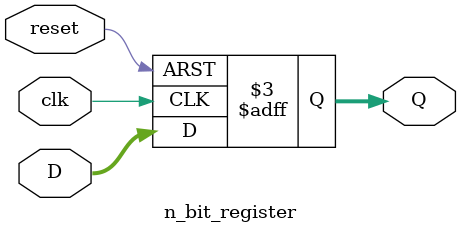
<source format=v>
`timescale 1ns / 1ps


module n_bit_register (reset, clk, D, Q);
input reset;
input clk;
parameter N = 8; // Allow N to be changed
input [N-1:0] D;
output [N-1:0] Q;
reg [N-1:0] Q;

always @(posedge clk or negedge reset)
if (~reset)
  Q = 0; 
else
  Q = D;
endmodule // regN

</source>
